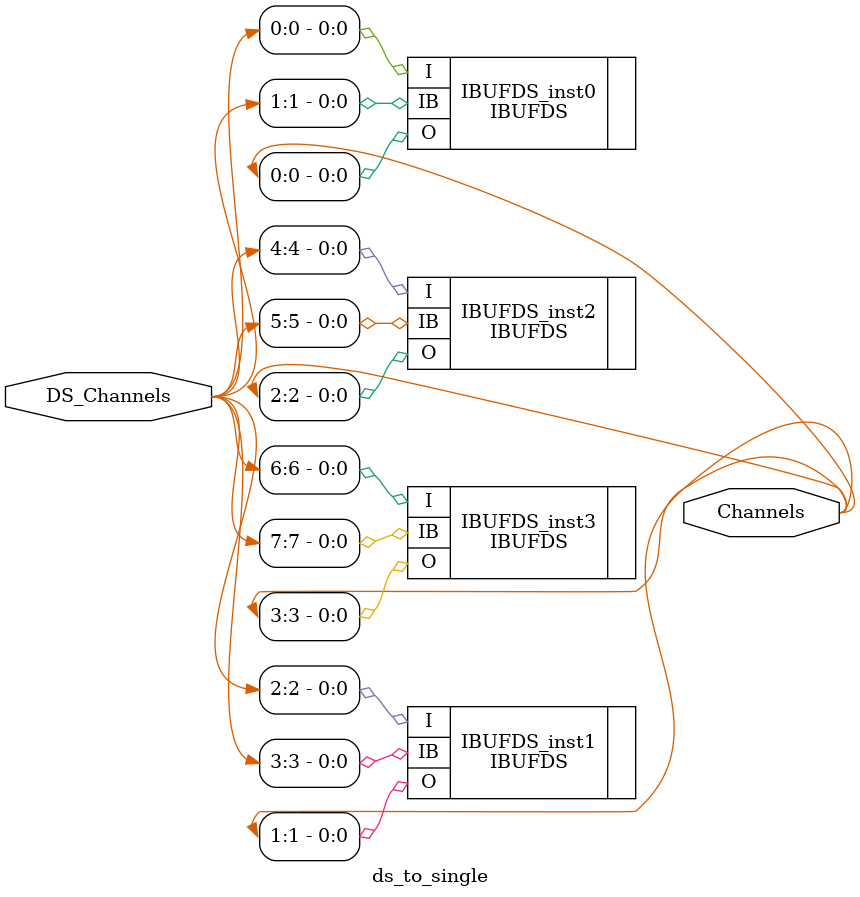
<source format=v>
module ds_to_single (
    input wire   [8-1:0] DS_Channels,
    output wire  [4-1:0] Channels
);
    IBUFDS IBUFDS_inst0 (
      .O(Channels[0]),   // 1-bit output: Buffer output
      .I(DS_Channels[0]),   // 1-bit input: Diff_p buffer input (connect directly to top-level port)
      .IB(DS_Channels[1])  // 1-bit input: Diff_n buffer input (connect directly to top-level port)
    );

    IBUFDS IBUFDS_inst1 (
      .O(Channels[1]),   // 1-bit output: Buffer output
      .I(DS_Channels[2]),   // 1-bit input: Diff_p buffer input (connect directly to top-level port)
      .IB(DS_Channels[3])  // 1-bit input: Diff_n buffer input (connect directly to top-level port)
    );

    IBUFDS IBUFDS_inst2 (
      .O(Channels[2]),   // 1-bit output: Buffer output
      .I(DS_Channels[4]),   // 1-bit input: Diff_p buffer input (connect directly to top-level port)
      .IB(DS_Channels[5])  // 1-bit input: Diff_n buffer input (connect directly to top-level port)
    );

    IBUFDS IBUFDS_inst3 (
      .O(Channels[3]),   // 1-bit output: Buffer output
      .I(DS_Channels[6]),   // 1-bit input: Diff_p buffer input (connect directly to top-level port)
      .IB(DS_Channels[7])  // 1-bit input: Diff_n buffer input (connect directly to top-level port)
    );
endmodule
</source>
